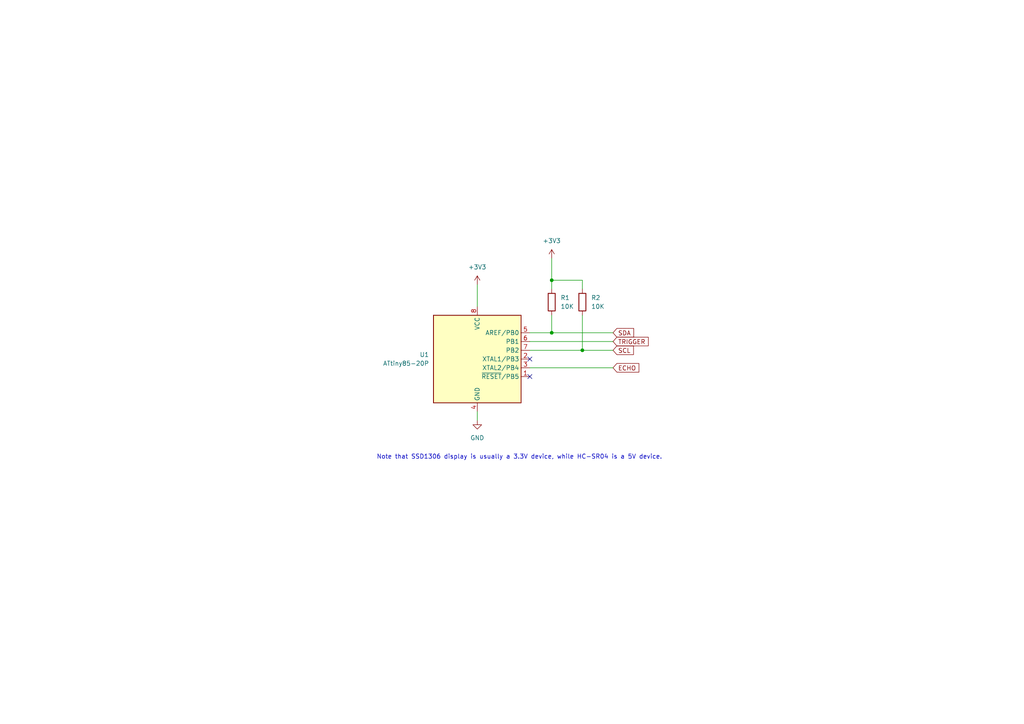
<source format=kicad_sch>
(kicad_sch (version 20211123) (generator eeschema)
  (paper "A4")
  (lib_symbols
    (symbol "Device:R" (pin_numbers hide) (pin_names (offset 0))
      (property "Reference" "R" (at 2.032 0 90))
      (property "Value" "R" (at 0 0 90))
      (symbol "R_0_1"
        (rectangle (start -1.016 -2.54) (end 1.016 2.54) (stroke (width 0.254)))
      )
      (symbol "R_1_1"
        (pin passive line (at 0 3.81 270) (length 1.27) (name "~") (number "1"))
        (pin passive line (at 0 -3.81 90) (length 1.27) (name "~") (number "2"))
      )
    )
    (symbol "MCU_Microchip_ATtiny:ATtiny85-20P"
      (property "Reference" "U" (at -12.7 13.97 0))
      (property "Value" "ATtiny85-20P" (at 2.54 -13.97 0))
      (symbol "ATtiny85-20P_0_1"
        (rectangle (start -12.7 -12.7) (end 12.7 12.7) (stroke (width 0.254)) (fill (type background)))
      )
      (symbol "ATtiny85-20P_1_1"
        (pin bidirectional line (at 15.24 -5.08 180) (length 2.54) (name "~{RESET}/PB5") (number "1"))
        (pin bidirectional line (at 15.24 0 180) (length 2.54) (name "XTAL1/PB3") (number "2"))
        (pin bidirectional line (at 15.24 -2.54 180) (length 2.54) (name "XTAL2/PB4") (number "3"))
        (pin power_in line (at 0 -15.24 90) (length 2.54) (name "GND") (number "4"))
        (pin bidirectional line (at 15.24 7.62 180) (length 2.54) (name "AREF/PB0") (number "5"))
        (pin bidirectional line (at 15.24 5.08 180) (length 2.54) (name "PB1") (number "6"))
        (pin bidirectional line (at 15.24 2.54 180) (length 2.54) (name "PB2") (number "7"))
        (pin power_in line (at 0 15.24 270) (length 2.54) (name "VCC") (number "8"))
      )
    )
    (symbol "power:+3V3" (power) (pin_names (offset 0))
      (property "Value" "+3V3" (at 0 3.556 0))
      (symbol "+3V3_0_1"
        (polyline (pts (xy -0.762 1.27) (xy 0 2.54)))
        (polyline (pts (xy 0 0) (xy 0 2.54)))
        (polyline (pts (xy 0 2.54) (xy 0.762 1.27)))
      )
      (symbol "+3V3_1_1"
        (pin power_in line (at 0 0 90) (length 0) hide (name "+3V3") (number "1"))
      )
    )
    (symbol "power:GND" (power) (pin_names (offset 0))
      (property "Value" "GND" (at 0 -3.81 0))
      (symbol "GND_0_1"
        (polyline (pts (xy 0 0) (xy 0 -1.27) (xy 1.27 -1.27) (xy 0 -2.54) (xy -1.27 -1.27) (xy 0 -1.27)))
      )
      (symbol "GND_1_1"
        (pin power_in line (at 0 0 270) (length 0) hide (name "GND") (number "1"))
      )
    )
  )
  (junction (at 168.91 101.6))
  (junction (at 160.02 81.28))
  (junction (at 160.02 96.52))
  (no_connect (at 153.67 109.22))
  (no_connect (at 153.67 104.14))
  (wire (pts (xy 168.91 83.82) (xy 168.91 81.28)))
  (wire (pts (xy 160.02 74.93) (xy 160.02 81.28)))
  (wire (pts (xy 138.43 119.38) (xy 138.43 121.92)))
  (wire (pts (xy 160.02 81.28) (xy 160.02 83.82)))
  (wire (pts (xy 153.67 96.52) (xy 160.02 96.52)))
  (wire (pts (xy 153.67 106.68) (xy 177.8 106.68)))
  (wire (pts (xy 168.91 101.6) (xy 177.8 101.6)))
  (wire (pts (xy 153.67 99.06) (xy 177.8 99.06)))
  (wire (pts (xy 138.43 82.55) (xy 138.43 88.9)))
  (wire (pts (xy 160.02 91.44) (xy 160.02 96.52)))
  (wire (pts (xy 153.67 101.6) (xy 168.91 101.6)))
  (wire (pts (xy 168.91 81.28) (xy 160.02 81.28)))
  (wire (pts (xy 160.02 96.52) (xy 177.8 96.52)))
  (wire (pts (xy 168.91 91.44) (xy 168.91 101.6)))
  (text "Note that SSD1306 display is usually a 3.3V device, while HC-SR04 is a 5V device." (at 109.22 133.35 0) (effects (font (size 1.27 1.27)) (justify left bottom)))
  (global_label "SCL" (shape input) (at 177.8 101.6 0) (property "Intersheet References" "${INTERSHEET_REFS}" (effects hide)))
  (global_label "ECHO" (shape input) (at 177.8 106.68 0) (property "Intersheet References" "${INTERSHEET_REFS}" (effects hide)))
  (global_label "TRIGGER" (shape input) (at 177.8 99.06 0) (property "Intersheet References" "${INTERSHEET_REFS}" (effects hide)))
  (global_label "SDA" (shape input) (at 177.8 96.52 0) (property "Intersheet References" "${INTERSHEET_REFS}" (effects hide)))
  (symbol (lib_id "Device:R") (at 160.02 87.63 0) (unit 1)
    (property "Reference" "R1" (at 162.56 86.3599 0) (effects (justify left)))
    (property "Value" "10K" (at 162.56 88.8999 0) (effects (justify left)))
  )
  (symbol (lib_id "Device:R") (at 168.91 87.63 0) (unit 1)
    (property "Reference" "R2" (at 171.45 86.3599 0) (effects (justify left)))
    (property "Value" "10K" (at 171.45 88.8999 0) (effects (justify left)))
  )
  (symbol (lib_id "power:+3V3") (at 160.02 74.93 0) (unit 1)
    (property "Reference" "#PWR?" (effects hide))
    (property "Value" "+3V3" (at 160.02 69.85 0))
  )
  (symbol (lib_id "power:GND") (at 138.43 121.92 0) (unit 1)
    (property "Reference" "#PWR02" (effects hide))
    (property "Value" "GND" (at 138.43 127 0))
  )
  (symbol (lib_id "power:+3V3") (at 138.43 82.55 0) (unit 1)
    (property "Reference" "#PWR?" (effects hide))
    (property "Value" "+3V3" (at 138.43 77.47 0))
  )
  (symbol (lib_id "MCU_Microchip_ATtiny:ATtiny85-20P") (at 138.43 104.14 0) (unit 1)
    (property "Reference" "U1" (at 124.46 102.8699 0) (effects (justify right)))
    (property "Value" "ATtiny85-20P" (at 124.46 105.4099 0) (effects (justify right)))
    (property "Footprint" "Package_DIP:DIP-8_W7.62mm" (effects hide))
    (property "Datasheet" "http://ww1.microchip.com/downloads/en/DeviceDoc/atmel-2586-avr-8-bit-microcontroller-attiny25-attiny45-attiny85_datasheet.pdf" (effects hide))
  )
)
</source>
